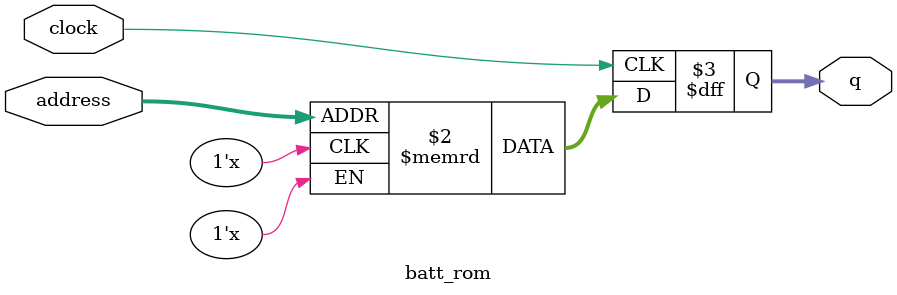
<source format=sv>
module batt_rom (
	input logic clock,
	input logic [8:0] address,
	output logic [1:0] q
);

logic [1:0] memory [0:449] /* synthesis ram_init_file = "./batt/batt.COE" */;

always_ff @ (posedge clock) begin
	q <= memory[address];
end

endmodule

</source>
